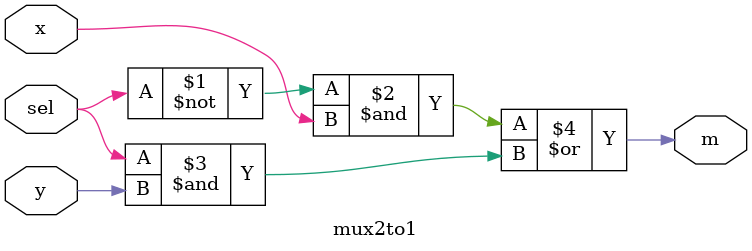
<source format=v>
`timescale 1ns / 1ns

module part3(clock, reset, ParallelLoadn, RotateRight, ASRight, Data_IN, Q);
	input clock, reset;
	input [1:0] ParallelLoadn, RotateRight, ASRight;
	input [7:0] Data_IN;
	output [7:0] Q;
	wire ASwire;
	
	//mux2to1 ASR(.x(Q[7]), .y(Q[0]), .sel(ASRight), .m(ASwire));
	
	muxFF b7(.LoadLeft(RotateRight), .D(Data_IN[7]), .loadn(ParallelLoadn), .right(Q[6]), .left(Q[0]), .clock(clock), .reset(reset), .Q(Q[7]));
	muxFF b6(.LoadLeft(RotateRight), .D(Data_IN[6]), .loadn(ParallelLoadn), .right(Q[5]), .left(Q[7]), .clock(clock), .reset(reset), .Q(Q[6]));
	muxFF b5(.LoadLeft(RotateRight), .D(Data_IN[5]), .loadn(ParallelLoadn), .right(Q[4]), .left(Q[6]), .clock(clock), .reset(reset), .Q(Q[5]));
	muxFF b4(.LoadLeft(RotateRight), .D(Data_IN[4]), .loadn(ParallelLoadn), .right(Q[3]), .left(Q[5]), .clock(clock), .reset(reset), .Q(Q[4]));
	muxFF b3(.LoadLeft(RotateRight), .D(Data_IN[3]), .loadn(ParallelLoadn), .right(Q[2]), .left(Q[4]), .clock(clock), .reset(reset), .Q(Q[3]));
	muxFF b2(.LoadLeft(RotateRight), .D(Data_IN[2]), .loadn(ParallelLoadn), .right(Q[1]), .left(Q[3]), .clock(clock), .reset(reset), .Q(Q[2]));
	muxFF b1(.LoadLeft(RotateRight), .D(Data_IN[1]), .loadn(ParallelLoadn), .right(Q[0]), .left(Q[2]), .clock(clock), .reset(reset), .Q(Q[1]));
	muxFF b0(.LoadLeft(RotateRight), .D(Data_IN[0]), .loadn(ParallelLoadn), .right(Q[7]), .left(Q[1]), .clock(clock), .reset(reset), .Q(Q[0]));
	
endmodule
	
	
	
//	always @ (posedge clock) begin
//		if (!reset) 
//			Q <= 0;
//		else if(ParallelLoadn == 0 & RotateRight == 1)
//			Q <= DATA_IN;
//		else
//			begin
//				Q[7] <= Q[0];
//				Q[6] <= Q[7];
//				Q[5] <= Q[6];
//				Q[4] <= Q[5];
//				Q[3] <= Q[4];
//				Q[2] <= Q[3];
//				Q[1] <= Q[2];
//				Q[0] <= Q[1];
//			end
////				Q[7] <= DATA_IN[7];
////				Q[6] <= DATA_IN[6];
////				Q[5] <= DATA_IN[5];
////				Q[4] <= DATA_IN[4];
////				Q[3] <= DATA_IN[3];
////				Q[2] <= DATA_IN[2];
////				Q[1] <= DATA_IN[1];
////				Q[0] <= DATA_IN[0];
////			end
////		else if (ParallelLoadn == 1 & RotateRight == 1 & ASRight == 0)
////			begin
////				Q[7] <= Q[0];
////				Q[6] <= Q[7];
////				Q[5] <= Q[6];
////				Q[4] <= Q[5];
////				Q[3] <= Q[4];
////				Q[2] <= Q[3];
////				Q[1] <= Q[2];
////				Q[0] <= Q[1];
////			end
////		else if(ParallelLoadn == 1 & RotateRight == 1 & ASRight == 1)
////			begin
////				Q[7] <= Q[7];
////				Q[6] <= Q[7];
////				Q[5] <= Q[6];
////				Q[4] <= Q[5];
////				Q[3] <= Q[4];
////				Q[2] <= Q[3];
////				Q[1] <= Q[2];
////				Q[0] <= Q[1];
////			end
////		else if(ParallelLoadn == 1 & RotateRight == 0)
////			begin
////				Q[7] <= Q[6];
////				Q[6] <= Q[5];
////				Q[5] <= Q[4];
////				Q[4] <= Q[3];
////				Q[3] <= Q[2];
////				Q[2] <= Q[1];
////				Q[1] <= Q[0];
////				Q[0] <= Q[7];
////			end
//	end
//endmodule
		
			
	
//	
//	always @ (*) begin
//		if (ParallelLoadn == 0) 
//		begin
//			always @ (posedge clock) begin
//				if (!reset) begin
//					Q <= 0;
//				end
//				else
//				
//			end
//		end
//			
//		 begin
//			always @ (posedge clock) 
//			begin
//				if (!reset) begin
//					Q <= 0;
//				end
//				else
//				begin
//					Q[7] <= Q[0];
//					Q[6] <= Q[7];
//					Q[5] <= Q[6];
//					Q[4] <= Q[5];
//					Q[3] <= Q[4];
//					Q[2] <= Q[3];
//					Q[1] <= Q[2];
//					Q[0] <= Q[1];
//				end
//			end
//		end
//		
//		else if(ParallelLoadn == 1 & RotateRight == 1 & ASRight == 1) begin
//			always @ (posedge clock) 
//				begin
//					if (!reset) begin
//						Q <= 0;
//					end
//					else
//					
//				end
//		end
//		
//		 begin
//			always @ (posedge clock) 
//			begin
//				if (!reset) begin
//					Q <= 0;
//				end
//				else
//				
//			end
//		end
//	
//	end
//	
//endmodule

module muxFF(LoadLeft, D, loadn, right, left, clock, reset, Q);
	input LoadLeft, D, loadn, right, left, clock, reset;
	output Q;
	
	wire Dinput, w;
	
	mux2to1 M1(.x(right), .y(left), .sel(LoadLeft), .m(w));
	mux2to1 M2(.x(D), .y(w), .sel(loadn), .m(Dinput));
	
	FF f1(.d(Dinput), .clock(clock), .reset(reset), .q(Q));
endmodule


module FF(d, clock, reset, q);
	input d, clock, reset;
	output reg q;
	
	always @ (posedge clock)
	begin
		if (reset == 1'b0)
			q <= 0;
		else
			q <= d;
	end
endmodule



module mux2to1(x, y, sel, m);
	input x, y, sel;
	output m;
	
	assign m = (~sel&x) | (sel&y);
endmodule


</source>
